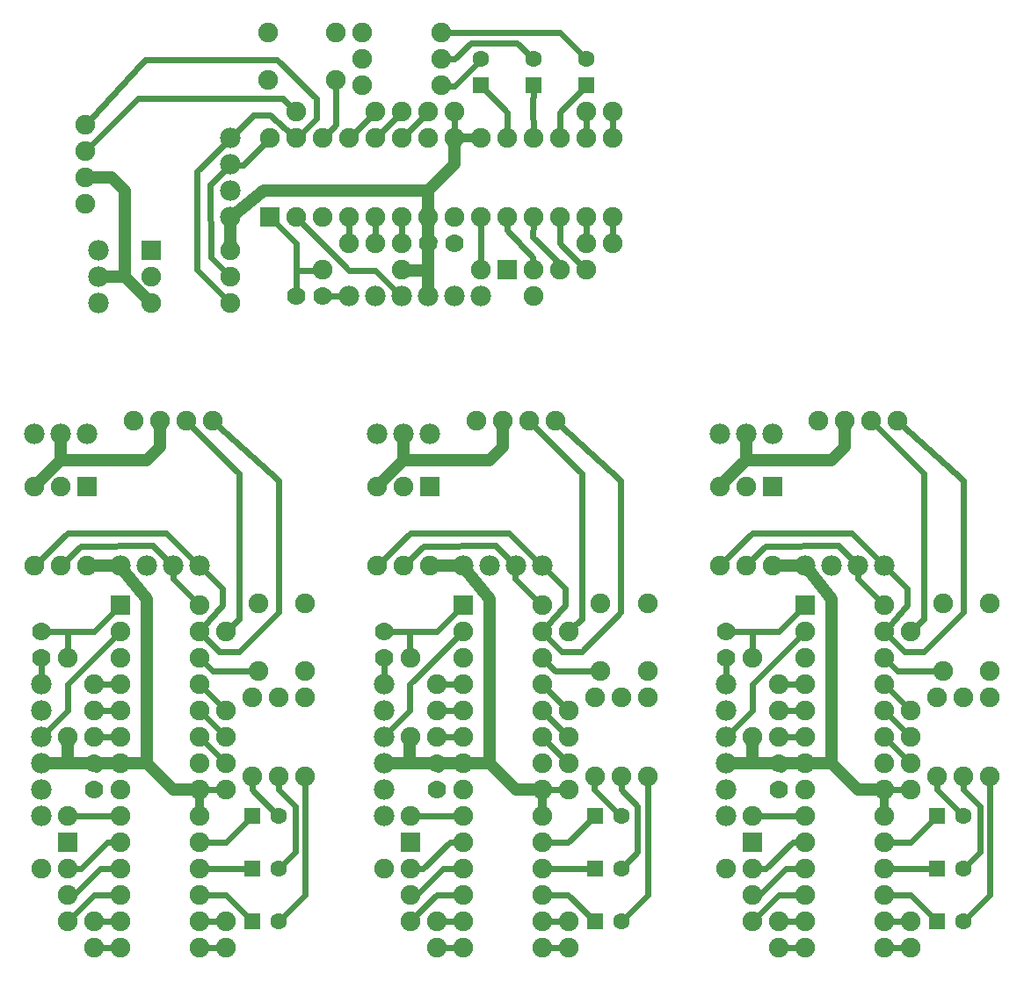
<source format=gtl>
From c3ca4f95bd59f69d45e582a4149327f57a360760 Mon Sep 17 00:00:00 2001
From: jaseg <git@jaseg.de>
Date: Sun, 30 Jan 2022 20:11:38 +0100
Subject: Rename gerbonara/gerber package to just gerbonara

---
 gerbonara/tests/resources/fritzing/combined.gtl | 1491 +++++++++++++++++++++++
 1 file changed, 1491 insertions(+)
 create mode 100644 gerbonara/tests/resources/fritzing/combined.gtl

(limited to 'gerbonara/tests/resources/fritzing/combined.gtl')

diff --git a/gerbonara/tests/resources/fritzing/combined.gtl b/gerbonara/tests/resources/fritzing/combined.gtl
new file mode 100644
index 0000000..ac17106
--- /dev/null
+++ b/gerbonara/tests/resources/fritzing/combined.gtl
@@ -0,0 +1,1491 @@
+G04 file manually fixed for GerberTools #86 / #143*
+%MOIN*%
+%OFA0B0*%
+%FSLAX23Y23*%
+%IPPOS*%
+%LPD*%
+%ADD10C,0.078*%
+%ADD11C,0.075*%
+%ADD12C,0.07*%
+%ADD13C,0.075433*%
+%ADD14C,0.062992*%
+%ADD15R,0.075X0.075*%
+%ADD16R,0.062992X0.062992*%
+%ADD17C,0.024000000000000004*%
+%ADD18C,0.048000000000000008*%
+%ADD19C,0.032*%
+%ADD30C,0.078*%
+%ADD31C,0.075*%
+%ADD32C,0.07*%
+%ADD33C,0.075433*%
+%ADD34C,0.062992*%
+%ADD35R,0.075X0.075*%
+%ADD36R,0.062992X0.062992*%
+%ADD37C,0.024000000000000004*%
+%ADD38C,0.048000000000000008*%
+%ADD39C,0.032*%
+%ADD40C,0.078*%
+%ADD41C,0.075*%
+%ADD42C,0.07*%
+%ADD43C,0.075433*%
+%ADD44C,0.062992*%
+%ADD45R,0.075X0.075*%
+%ADD46R,0.062992X0.062992*%
+%ADD47C,0.024000000000000004*%
+%ADD48C,0.048000000000000008*%
+%ADD49C,0.032*%
+%ADD50C,0.078*%
+%ADD51C,0.075*%
+%ADD52C,0.07*%
+%ADD53C,0.075433*%
+%ADD54C,0.062992*%
+%ADD55R,0.075X0.075*%
+%ADD56R,0.062992X0.062992*%
+%ADD57C,0.024000000000000004*%
+%ADD58C,0.048000000000000008*%
+%ADD59C,0.032*%
+G90*
+G54D10*
+X00039Y00039D02*
+X00452Y01768D03*
+X00552Y01768D03*
+X00652Y01768D03*
+X00752Y01768D03*
+G54D11*
+X00252Y01418D03*
+X00252Y01118D03*
+G54D12*
+X00352Y00918D03*
+X00352Y01018D03*
+X00152Y01518D03*
+X00152Y01418D03*
+G54D11*
+X00452Y01618D03*
+X00752Y01618D03*
+X00452Y01518D03*
+X00752Y01518D03*
+X00452Y01418D03*
+X00752Y01418D03*
+X00452Y01317D03*
+X00752Y01317D03*
+X00452Y01218D03*
+X00752Y01218D03*
+X00452Y01118D03*
+X00752Y01118D03*
+X00452Y01018D03*
+X00752Y01018D03*
+X00452Y00918D03*
+X00752Y00918D03*
+X00452Y00818D03*
+X00752Y00818D03*
+X00452Y00718D03*
+X00752Y00718D03*
+X00452Y00618D03*
+X00752Y00618D03*
+X00452Y00518D03*
+X00752Y00518D03*
+X00452Y00418D03*
+X00752Y00418D03*
+X00452Y00318D03*
+X00752Y00318D03*
+X00252Y00818D03*
+X00252Y00718D03*
+X00252Y00618D03*
+X00502Y02318D03*
+X00602Y02318D03*
+X00701Y02318D03*
+X00802Y02318D03*
+G54D10*
+X00327Y02268D03*
+X00227Y02268D03*
+X00127Y02268D03*
+G54D11*
+X01052Y01268D03*
+X01052Y00968D03*
+X01152Y01268D03*
+X01152Y00968D03*
+X00974Y01368D03*
+X00974Y01624D03*
+X01152Y01368D03*
+X01152Y01624D03*
+X00327Y02068D03*
+X00327Y01768D03*
+X00227Y02068D03*
+X00227Y01768D03*
+X00127Y02068D03*
+X00127Y01768D03*
+X00952Y01268D03*
+X00952Y00968D03*
+G54D10*
+X00152Y00818D03*
+X00152Y00918D03*
+X00152Y01018D03*
+X00152Y01118D03*
+X00152Y01218D03*
+X00152Y01317D03*
+G54D13*
+X00852Y01218D03*
+X00852Y00318D03*
+X00152Y00618D03*
+X00852Y01518D03*
+X00852Y00418D03*
+X00852Y01118D03*
+X00852Y01018D03*
+X00252Y00518D03*
+X00252Y00418D03*
+X00352Y01118D03*
+X00352Y01218D03*
+X00352Y00418D03*
+X00352Y01317D03*
+X00352Y00318D03*
+X00852Y00918D03*
+G54D14*
+X00953Y00818D03*
+X01052Y00818D03*
+X00953Y00618D03*
+X01052Y00618D03*
+X00953Y00418D03*
+X01052Y00418D03*
+G54D15*
+X00452Y01618D03*
+X00252Y00718D03*
+X00327Y02068D03*
+G54D16*
+X00953Y00818D03*
+X00953Y00618D03*
+X00953Y00418D03*
+G54D17*
+X00302Y01843D02*
+X00239Y01780D01*
+D02*
+X00577Y01844D02*
+X00302Y01843D01*
+D02*
+X00637Y01781D02*
+X00577Y01844D01*
+D02*
+X00139Y01780D02*
+X00252Y01893D01*
+D02*
+X00252Y01893D02*
+X00626Y01893D01*
+D02*
+X00626Y01893D02*
+X00737Y01781D01*
+D02*
+X00377Y00619D02*
+X00276Y00518D01*
+D02*
+X00276Y00518D02*
+X00269Y00518D01*
+D02*
+X00434Y00618D02*
+X00377Y00619D01*
+D02*
+X00434Y00518D02*
+X00352Y00517D01*
+D02*
+X00352Y00517D02*
+X00264Y00430D01*
+D02*
+X00434Y00418D02*
+X00368Y00418D01*
+D02*
+X00434Y00318D02*
+X00368Y00318D01*
+D02*
+X00834Y00318D02*
+X00769Y00318D01*
+D02*
+X00834Y00418D02*
+X00769Y00418D01*
+D02*
+X00942Y00429D02*
+X00851Y00518D01*
+D02*
+X00851Y00518D02*
+X00769Y00518D01*
+D02*
+X00876Y00619D02*
+X00937Y00618D01*
+D02*
+X00769Y00618D02*
+X00876Y00619D01*
+D02*
+X00851Y00718D02*
+X00942Y00807D01*
+D02*
+X00769Y00718D02*
+X00851Y00718D01*
+D02*
+X00839Y01230D02*
+X00764Y01305D01*
+D02*
+X00839Y01130D02*
+X00764Y01205D01*
+D02*
+X00839Y01030D02*
+X00764Y01105D01*
+D02*
+X00434Y01317D02*
+X00368Y01317D01*
+D02*
+X00434Y01218D02*
+X00368Y01218D01*
+D02*
+X00434Y01118D02*
+X00368Y01118D01*
+D02*
+X00166Y01518D02*
+X00352Y01518D01*
+D02*
+X00352Y01518D02*
+X00439Y01605D01*
+D02*
+X00251Y01435D02*
+X00251Y01518D01*
+D02*
+X00251Y01518D02*
+X00166Y01518D01*
+D02*
+X00839Y01681D02*
+X00765Y01754D01*
+D02*
+X00651Y01718D02*
+X00651Y01749D01*
+D02*
+X00403Y00718D02*
+X00301Y00619D01*
+D02*
+X00739Y01630D02*
+X00651Y01718D01*
+D02*
+X00763Y01530D02*
+X00839Y01617D01*
+D02*
+X00839Y01617D02*
+X00839Y01681D01*
+D02*
+X00434Y00718D02*
+X00403Y00718D01*
+D02*
+X00301Y00619D02*
+X00269Y00618D01*
+G54D18*
+D02*
+X00251Y01018D02*
+X00251Y01100D01*
+D02*
+X00336Y01018D02*
+X00251Y01018D01*
+D02*
+X00652Y00918D02*
+X00734Y00918D01*
+D02*
+X00552Y01018D02*
+X00652Y00918D01*
+D02*
+X00469Y01018D02*
+X00552Y01018D01*
+D02*
+X00552Y01642D02*
+X00463Y01753D01*
+D02*
+X00552Y01018D02*
+X00552Y01642D01*
+D02*
+X00552Y02168D02*
+X00602Y02217D01*
+D02*
+X00602Y02217D02*
+X00602Y02300D01*
+D02*
+X00227Y02168D02*
+X00552Y02168D01*
+D02*
+X00433Y01768D02*
+X00344Y01768D01*
+D02*
+X00227Y02168D02*
+X00139Y02080D01*
+D02*
+X00227Y02249D02*
+X00227Y02168D01*
+G54D17*
+D02*
+X00251Y01218D02*
+X00165Y01131D01*
+D02*
+X00251Y01317D02*
+X00251Y01218D01*
+D02*
+X00439Y01506D02*
+X00251Y01317D01*
+G54D18*
+D02*
+X00352Y01018D02*
+X00434Y01018D01*
+D02*
+X00361Y01006D02*
+X00352Y01018D01*
+D02*
+X00171Y01018D02*
+X00336Y01018D01*
+G54D19*
+D02*
+X00752Y00900D02*
+X00752Y00835D01*
+G54D17*
+D02*
+X00152Y01336D02*
+X00152Y01402D01*
+D02*
+X00269Y00818D02*
+X00434Y00818D01*
+D02*
+X00951Y00918D02*
+X00952Y00950D01*
+D02*
+X01040Y00829D02*
+X00951Y00918D01*
+D02*
+X01114Y00680D02*
+X01063Y00629D01*
+D02*
+X01114Y00856D02*
+X01114Y00680D01*
+D02*
+X01052Y00918D02*
+X01114Y00856D01*
+D02*
+X01052Y00950D02*
+X01052Y00918D01*
+D02*
+X01063Y00429D02*
+X01152Y00518D01*
+D02*
+X01152Y00518D02*
+X01152Y00950D01*
+D02*
+X00769Y00918D02*
+X00834Y00918D01*
+D02*
+X00764Y01406D02*
+X00802Y01369D01*
+D02*
+X00802Y01369D02*
+X00957Y01368D01*
+D02*
+X00902Y01566D02*
+X00864Y01530D01*
+D02*
+X00902Y02118D02*
+X00902Y01566D01*
+D02*
+X00713Y02306D02*
+X00902Y02118D01*
+D02*
+X01051Y01592D02*
+X00902Y01443D01*
+D02*
+X00826Y01443D02*
+X00764Y01505D01*
+D02*
+X00815Y02306D02*
+X01051Y02092D01*
+D02*
+X01051Y02092D02*
+X01051Y01592D01*
+D02*
+X00902Y01443D02*
+X00826Y01443D01*
+G04 next file*
+G04 MADE WITH FRITZING*
+G04 WWW.FRITZING.ORG*
+G04 DOUBLE SIDED*
+G04 HOLES PLATED*
+G04 CONTOUR ON CENTER OF CONTOUR VECTOR*
+G90*
+G04 skipping 70*
+D30*
+X01338Y00039D02*
+X01751Y01768D03*
+X01851Y01768D03*
+X01951Y01768D03*
+X02051Y01768D03*
+D31*
+X01551Y01418D03*
+X01551Y01118D03*
+D32*
+X01651Y00918D03*
+X01651Y01018D03*
+X01451Y01518D03*
+X01451Y01418D03*
+D31*
+X01751Y01618D03*
+X02051Y01618D03*
+X01751Y01518D03*
+X02051Y01518D03*
+X01751Y01418D03*
+X02051Y01418D03*
+X01751Y01317D03*
+X02051Y01317D03*
+X01751Y01218D03*
+X02051Y01218D03*
+X01751Y01118D03*
+X02051Y01118D03*
+X01751Y01018D03*
+X02051Y01018D03*
+X01751Y00918D03*
+X02051Y00918D03*
+X01751Y00818D03*
+X02051Y00818D03*
+X01751Y00718D03*
+X02051Y00718D03*
+X01751Y00618D03*
+X02051Y00618D03*
+X01751Y00518D03*
+X02051Y00518D03*
+X01751Y00418D03*
+X02051Y00418D03*
+X01751Y00318D03*
+X02051Y00318D03*
+X01551Y00818D03*
+X01551Y00718D03*
+X01551Y00618D03*
+X01801Y02318D03*
+X01901Y02318D03*
+X02001Y02318D03*
+X02101Y02318D03*
+D30*
+X01626Y02268D03*
+X01526Y02268D03*
+X01426Y02268D03*
+D31*
+X02351Y01268D03*
+X02351Y00968D03*
+X02451Y01268D03*
+X02451Y00968D03*
+X02273Y01368D03*
+X02273Y01624D03*
+X02451Y01368D03*
+X02451Y01624D03*
+X01626Y02068D03*
+X01626Y01768D03*
+X01526Y02068D03*
+X01526Y01768D03*
+X01426Y02068D03*
+X01426Y01768D03*
+X02251Y01268D03*
+X02251Y00968D03*
+D30*
+X01451Y00818D03*
+X01451Y00918D03*
+X01451Y01018D03*
+X01451Y01118D03*
+X01451Y01218D03*
+X01451Y01317D03*
+D33*
+X02151Y01218D03*
+X02151Y00318D03*
+X01451Y00618D03*
+X02151Y01518D03*
+X02151Y00418D03*
+X02151Y01118D03*
+X02151Y01018D03*
+X01551Y00518D03*
+X01551Y00418D03*
+X01651Y01118D03*
+X01651Y01218D03*
+X01651Y00418D03*
+X01651Y01317D03*
+X01651Y00318D03*
+X02151Y00918D03*
+D34*
+X02252Y00818D03*
+X02351Y00818D03*
+X02252Y00618D03*
+X02351Y00618D03*
+X02252Y00418D03*
+X02351Y00418D03*
+D35*
+X01751Y01618D03*
+X01551Y00718D03*
+X01626Y02068D03*
+D36*
+X02252Y00818D03*
+X02252Y00618D03*
+X02252Y00418D03*
+D37*
+X01601Y01843D02*
+X01538Y01780D01*
+D02*
+X01876Y01844D02*
+X01601Y01843D01*
+D02*
+X01937Y01781D02*
+X01876Y01844D01*
+D02*
+X01438Y01780D02*
+X01551Y01893D01*
+D02*
+X01551Y01893D02*
+X01925Y01893D01*
+D02*
+X01925Y01893D02*
+X02037Y01781D01*
+D02*
+X01676Y00619D02*
+X01575Y00518D01*
+D02*
+X01575Y00518D02*
+X01568Y00518D01*
+D02*
+X01733Y00618D02*
+X01676Y00619D01*
+D02*
+X01733Y00518D02*
+X01651Y00517D01*
+D02*
+X01651Y00517D02*
+X01563Y00430D01*
+D02*
+X01733Y00418D02*
+X01668Y00418D01*
+D02*
+X01733Y00318D02*
+X01668Y00318D01*
+D02*
+X02133Y00318D02*
+X02068Y00318D01*
+D02*
+X02133Y00418D02*
+X02068Y00418D01*
+D02*
+X02241Y00429D02*
+X02150Y00518D01*
+D02*
+X02150Y00518D02*
+X02068Y00518D01*
+D02*
+X02175Y00619D02*
+X02236Y00618D01*
+D02*
+X02068Y00618D02*
+X02175Y00619D01*
+D02*
+X02150Y00718D02*
+X02241Y00807D01*
+D02*
+X02068Y00718D02*
+X02150Y00718D01*
+D02*
+X02138Y01230D02*
+X02063Y01305D01*
+D02*
+X02138Y01130D02*
+X02063Y01205D01*
+D02*
+X02138Y01030D02*
+X02063Y01105D01*
+D02*
+X01733Y01317D02*
+X01668Y01317D01*
+D02*
+X01733Y01218D02*
+X01668Y01218D01*
+D02*
+X01733Y01118D02*
+X01668Y01118D01*
+D02*
+X01466Y01518D02*
+X01651Y01518D01*
+D02*
+X01651Y01518D02*
+X01738Y01605D01*
+D02*
+X01550Y01435D02*
+X01550Y01518D01*
+D02*
+X01550Y01518D02*
+X01466Y01518D01*
+D02*
+X02138Y01681D02*
+X02064Y01754D01*
+D02*
+X01950Y01718D02*
+X01950Y01749D01*
+D02*
+X01702Y00718D02*
+X01600Y00619D01*
+D02*
+X02037Y01630D02*
+X01950Y01718D01*
+D02*
+X02062Y01530D02*
+X02138Y01617D01*
+D02*
+X02138Y01617D02*
+X02138Y01681D01*
+D02*
+X01733Y00718D02*
+X01702Y00718D01*
+D02*
+X01600Y00619D02*
+X01568Y00618D01*
+D38*
+D02*
+X01550Y01018D02*
+X01550Y01100D01*
+D02*
+X01636Y01018D02*
+X01550Y01018D01*
+D02*
+X01951Y00918D02*
+X02033Y00918D01*
+D02*
+X01851Y01018D02*
+X01951Y00918D01*
+D02*
+X01768Y01018D02*
+X01851Y01018D01*
+D02*
+X01851Y01642D02*
+X01762Y01753D01*
+D02*
+X01851Y01018D02*
+X01851Y01642D01*
+D02*
+X01851Y02168D02*
+X01901Y02217D01*
+D02*
+X01901Y02217D02*
+X01901Y02300D01*
+D02*
+X01526Y02168D02*
+X01851Y02168D01*
+D02*
+X01732Y01768D02*
+X01643Y01768D01*
+D02*
+X01526Y02168D02*
+X01438Y02080D01*
+D02*
+X01526Y02249D02*
+X01526Y02168D01*
+D37*
+D02*
+X01550Y01218D02*
+X01463Y01131D01*
+D02*
+X01550Y01317D02*
+X01550Y01218D01*
+D02*
+X01738Y01506D02*
+X01550Y01317D01*
+D38*
+D02*
+X01651Y01018D02*
+X01733Y01018D01*
+D02*
+X01660Y01006D02*
+X01651Y01018D01*
+D02*
+X01469Y01018D02*
+X01636Y01018D01*
+D39*
+D02*
+X02051Y00900D02*
+X02051Y00835D01*
+D37*
+D02*
+X01451Y01336D02*
+X01451Y01402D01*
+D02*
+X01568Y00818D02*
+X01733Y00818D01*
+D02*
+X02250Y00918D02*
+X02251Y00950D01*
+D02*
+X02339Y00829D02*
+X02250Y00918D01*
+D02*
+X02413Y00680D02*
+X02362Y00629D01*
+D02*
+X02413Y00856D02*
+X02413Y00680D01*
+D02*
+X02351Y00918D02*
+X02413Y00856D01*
+D02*
+X02351Y00950D02*
+X02351Y00918D01*
+D02*
+X02362Y00429D02*
+X02451Y00518D01*
+D02*
+X02451Y00518D02*
+X02451Y00950D01*
+D02*
+X02068Y00918D02*
+X02133Y00918D01*
+D02*
+X02063Y01406D02*
+X02101Y01369D01*
+D02*
+X02101Y01369D02*
+X02256Y01368D01*
+D02*
+X02201Y01566D02*
+X02163Y01530D01*
+D02*
+X02201Y02118D02*
+X02201Y01566D01*
+D02*
+X02013Y02306D02*
+X02201Y02118D01*
+D02*
+X02350Y01592D02*
+X02201Y01443D01*
+D02*
+X02125Y01443D02*
+X02063Y01505D01*
+D02*
+X02114Y02306D02*
+X02350Y02092D01*
+D02*
+X02350Y02092D02*
+X02350Y01592D01*
+D02*
+X02201Y01443D02*
+X02125Y01443D01*
+G04 End of Copper1*
+G04 next file*
+G04 MADE WITH FRITZING*
+G04 WWW.FRITZING.ORG*
+G04 DOUBLE SIDED*
+G04 HOLES PLATED*
+G04 CONTOUR ON CENTER OF CONTOUR VECTOR*
+G90*
+G04 skipping 70*
+D40*
+X02637Y00039D02*
+X03049Y01768D03*
+X03150Y01768D03*
+X03250Y01768D03*
+X03350Y01768D03*
+D41*
+X02850Y01418D03*
+X02850Y01118D03*
+D42*
+X02950Y00918D03*
+X02950Y01018D03*
+X02750Y01518D03*
+X02750Y01418D03*
+D41*
+X03049Y01618D03*
+X03350Y01618D03*
+X03049Y01518D03*
+X03350Y01518D03*
+X03049Y01418D03*
+X03350Y01418D03*
+X03049Y01317D03*
+X03350Y01317D03*
+X03049Y01218D03*
+X03350Y01218D03*
+X03049Y01118D03*
+X03350Y01118D03*
+X03049Y01018D03*
+X03350Y01018D03*
+X03049Y00918D03*
+X03350Y00918D03*
+X03049Y00818D03*
+X03350Y00818D03*
+X03049Y00718D03*
+X03350Y00718D03*
+X03049Y00618D03*
+X03350Y00618D03*
+X03049Y00518D03*
+X03350Y00518D03*
+X03049Y00418D03*
+X03350Y00418D03*
+X03049Y00318D03*
+X03350Y00318D03*
+X02850Y00818D03*
+X02850Y00718D03*
+X02850Y00618D03*
+X03100Y02318D03*
+X03200Y02318D03*
+X03300Y02318D03*
+X03400Y02318D03*
+D40*
+X02925Y02268D03*
+X02825Y02268D03*
+X02725Y02268D03*
+D41*
+X03650Y01268D03*
+X03650Y00968D03*
+X03750Y01268D03*
+X03750Y00968D03*
+X03572Y01368D03*
+X03572Y01624D03*
+X03750Y01368D03*
+X03750Y01624D03*
+X02925Y02068D03*
+X02925Y01768D03*
+X02825Y02068D03*
+X02825Y01768D03*
+X02725Y02068D03*
+X02725Y01768D03*
+X03550Y01268D03*
+X03550Y00968D03*
+D40*
+X02750Y00818D03*
+X02750Y00918D03*
+X02750Y01018D03*
+X02750Y01118D03*
+X02750Y01218D03*
+X02750Y01317D03*
+D43*
+X03450Y01218D03*
+X03450Y00318D03*
+X02750Y00618D03*
+X03450Y01518D03*
+X03450Y00418D03*
+X03450Y01118D03*
+X03450Y01018D03*
+X02850Y00518D03*
+X02850Y00418D03*
+X02950Y01118D03*
+X02950Y01218D03*
+X02950Y00418D03*
+X02950Y01317D03*
+X02950Y00318D03*
+X03450Y00918D03*
+D44*
+X03550Y00818D03*
+X03650Y00818D03*
+X03550Y00618D03*
+X03650Y00618D03*
+X03550Y00418D03*
+X03650Y00418D03*
+D45*
+X03049Y01618D03*
+X02850Y00718D03*
+X02925Y02068D03*
+D46*
+X03550Y00818D03*
+X03550Y00618D03*
+X03550Y00418D03*
+D47*
+X02900Y01843D02*
+X02837Y01780D01*
+D02*
+X03175Y01844D02*
+X02900Y01843D01*
+D02*
+X03236Y01781D02*
+X03175Y01844D01*
+D02*
+X02737Y01780D02*
+X02850Y01893D01*
+D02*
+X02850Y01893D02*
+X03224Y01893D01*
+D02*
+X03224Y01893D02*
+X03336Y01781D01*
+D02*
+X02975Y00619D02*
+X02874Y00518D01*
+D02*
+X02874Y00518D02*
+X02867Y00518D01*
+D02*
+X03032Y00618D02*
+X02975Y00619D01*
+D02*
+X03032Y00518D02*
+X02950Y00517D01*
+D02*
+X02950Y00517D02*
+X02862Y00430D01*
+D02*
+X03032Y00418D02*
+X02967Y00418D01*
+D02*
+X03032Y00318D02*
+X02967Y00318D01*
+D02*
+X03432Y00318D02*
+X03367Y00318D01*
+D02*
+X03432Y00418D02*
+X03367Y00418D01*
+D02*
+X03540Y00429D02*
+X03449Y00518D01*
+D02*
+X03449Y00518D02*
+X03367Y00518D01*
+D02*
+X03474Y00619D02*
+X03535Y00618D01*
+D02*
+X03367Y00618D02*
+X03474Y00619D01*
+D02*
+X03449Y00718D02*
+X03540Y00807D01*
+D02*
+X03367Y00718D02*
+X03449Y00718D01*
+D02*
+X03437Y01230D02*
+X03362Y01305D01*
+D02*
+X03437Y01130D02*
+X03362Y01205D01*
+D02*
+X03437Y01030D02*
+X03362Y01105D01*
+D02*
+X03032Y01317D02*
+X02967Y01317D01*
+D02*
+X03032Y01218D02*
+X02967Y01218D01*
+D02*
+X03032Y01118D02*
+X02967Y01118D01*
+D02*
+X02765Y01518D02*
+X02950Y01518D01*
+D02*
+X02950Y01518D02*
+X03037Y01605D01*
+D02*
+X02849Y01435D02*
+X02849Y01518D01*
+D02*
+X02849Y01518D02*
+X02765Y01518D01*
+D02*
+X03437Y01681D02*
+X03363Y01754D01*
+D02*
+X03248Y01718D02*
+X03248Y01749D01*
+D02*
+X03001Y00718D02*
+X02899Y00619D01*
+D02*
+X03337Y01630D02*
+X03248Y01718D01*
+D02*
+X03361Y01530D02*
+X03437Y01617D01*
+D02*
+X03437Y01617D02*
+X03437Y01681D01*
+D02*
+X03032Y00718D02*
+X03001Y00718D01*
+D02*
+X02899Y00619D02*
+X02867Y00618D01*
+D48*
+D02*
+X02849Y01018D02*
+X02849Y01100D01*
+D02*
+X02935Y01018D02*
+X02849Y01018D01*
+D02*
+X03250Y00918D02*
+X03332Y00918D01*
+D02*
+X03150Y01018D02*
+X03250Y00918D01*
+D02*
+X03067Y01018D02*
+X03150Y01018D01*
+D02*
+X03150Y01642D02*
+X03061Y01753D01*
+D02*
+X03150Y01018D02*
+X03150Y01642D01*
+D02*
+X03150Y02168D02*
+X03200Y02217D01*
+D02*
+X03200Y02217D02*
+X03200Y02300D01*
+D02*
+X02825Y02168D02*
+X03150Y02168D01*
+D02*
+X03031Y01768D02*
+X02942Y01768D01*
+D02*
+X02825Y02168D02*
+X02737Y02080D01*
+D02*
+X02825Y02249D02*
+X02825Y02168D01*
+D47*
+D02*
+X02849Y01218D02*
+X02763Y01131D01*
+D02*
+X02849Y01317D02*
+X02849Y01218D01*
+D02*
+X03037Y01506D02*
+X02849Y01317D01*
+D48*
+D02*
+X02950Y01018D02*
+X03032Y01018D01*
+D02*
+X02959Y01006D02*
+X02950Y01018D01*
+D02*
+X02769Y01018D02*
+X02935Y01018D01*
+D49*
+D02*
+X03350Y00900D02*
+X03350Y00835D01*
+D47*
+D02*
+X02750Y01336D02*
+X02750Y01402D01*
+D02*
+X02867Y00818D02*
+X03032Y00818D01*
+D02*
+X03549Y00918D02*
+X03550Y00950D01*
+D02*
+X03638Y00829D02*
+X03549Y00918D01*
+D02*
+X03712Y00680D02*
+X03660Y00629D01*
+D02*
+X03712Y00856D02*
+X03712Y00680D01*
+D02*
+X03650Y00918D02*
+X03712Y00856D01*
+D02*
+X03650Y00950D02*
+X03650Y00918D01*
+D02*
+X03660Y00429D02*
+X03750Y00518D01*
+D02*
+X03750Y00518D02*
+X03750Y00950D01*
+D02*
+X03367Y00918D02*
+X03432Y00918D01*
+D02*
+X03362Y01406D02*
+X03400Y01369D01*
+D02*
+X03400Y01369D02*
+X03555Y01368D01*
+D02*
+X03500Y01566D02*
+X03462Y01530D01*
+D02*
+X03500Y02118D02*
+X03500Y01566D01*
+D02*
+X03312Y02306D02*
+X03500Y02118D01*
+D02*
+X03648Y01592D02*
+X03500Y01443D01*
+D02*
+X03424Y01443D02*
+X03362Y01505D01*
+D02*
+X03413Y02306D02*
+X03648Y02092D01*
+D02*
+X03648Y02092D02*
+X03648Y01592D01*
+D02*
+X03500Y01443D02*
+X03424Y01443D01*
+G04 End of Copper1*
+G04 next file*
+G04 MADE WITH FRITZING*
+G04 WWW.FRITZING.ORG*
+G04 DOUBLE SIDED*
+G04 HOLES PLATED*
+G04 CONTOUR ON CENTER OF CONTOUR VECTOR*
+G90*
+G04 skipping 70*
+D50*
+X02598Y02677D02*
+X00869Y03090D03*
+X00869Y03190D03*
+X00869Y03290D03*
+X00869Y03390D03*
+D51*
+X01219Y02890D03*
+X01518Y02890D03*
+D52*
+X01719Y02990D03*
+X01619Y02990D03*
+X01119Y02790D03*
+X01219Y02790D03*
+D51*
+X01018Y03090D03*
+X01018Y03390D03*
+X01119Y03090D03*
+X01119Y03390D03*
+X01219Y03090D03*
+X01219Y03390D03*
+X01318Y03090D03*
+X01318Y03390D03*
+X01419Y03090D03*
+X01419Y03390D03*
+X01518Y03090D03*
+X01518Y03390D03*
+X01619Y03090D03*
+X01619Y03390D03*
+X01719Y03090D03*
+X01719Y03390D03*
+X01819Y03090D03*
+X01819Y03390D03*
+X01919Y03090D03*
+X01919Y03390D03*
+X02019Y03090D03*
+X02019Y03390D03*
+X02119Y03090D03*
+X02119Y03390D03*
+X02219Y03090D03*
+X02219Y03390D03*
+X02319Y03090D03*
+X02319Y03390D03*
+X01819Y02890D03*
+X01919Y02890D03*
+X02019Y02890D03*
+X00318Y03140D03*
+X00318Y03240D03*
+X00318Y03340D03*
+X00318Y03440D03*
+D50*
+X00368Y02965D03*
+X00368Y02865D03*
+X00368Y02765D03*
+D51*
+X01369Y03690D03*
+X01669Y03690D03*
+X01369Y03790D03*
+X01669Y03790D03*
+X01269Y03612D03*
+X01012Y03612D03*
+X01269Y03790D03*
+X01012Y03790D03*
+X00569Y02965D03*
+X00869Y02965D03*
+X00569Y02865D03*
+X00869Y02865D03*
+X00569Y02765D03*
+X00869Y02765D03*
+X01369Y03590D03*
+X01669Y03590D03*
+D50*
+X01819Y02790D03*
+X01719Y02790D03*
+X01619Y02790D03*
+X01518Y02790D03*
+X01419Y02790D03*
+X01318Y02790D03*
+D53*
+X01419Y03490D03*
+X02319Y03490D03*
+X02019Y02790D03*
+X01119Y03490D03*
+X02219Y03490D03*
+X01518Y03490D03*
+X01619Y03490D03*
+X02119Y02890D03*
+X02219Y02890D03*
+X01518Y02990D03*
+X01419Y02990D03*
+X02219Y02990D03*
+X01318Y02990D03*
+X02319Y02990D03*
+X01719Y03490D03*
+D54*
+X01819Y03591D03*
+X01819Y03690D03*
+X02019Y03591D03*
+X02019Y03690D03*
+X02219Y03591D03*
+X02219Y03690D03*
+D55*
+X01018Y03090D03*
+X01919Y02890D03*
+X00569Y02965D03*
+D56*
+X01819Y03591D03*
+X02019Y03591D03*
+X02219Y03591D03*
+D57*
+X00794Y02939D02*
+X00857Y02877D01*
+D02*
+X00793Y03215D02*
+X00794Y02939D01*
+D02*
+X00856Y03276D02*
+X00793Y03215D01*
+D02*
+X00857Y02777D02*
+X00743Y02890D01*
+D02*
+X00743Y02890D02*
+X00743Y03264D01*
+D02*
+X00743Y03264D02*
+X00856Y03376D01*
+D02*
+X02017Y03015D02*
+X02119Y02914D01*
+D02*
+X02119Y02914D02*
+X02119Y02907D01*
+D02*
+X02019Y03072D02*
+X02017Y03015D01*
+D02*
+X02119Y03072D02*
+X02120Y02990D01*
+D02*
+X02120Y02990D02*
+X02207Y02902D01*
+D02*
+X02219Y03072D02*
+X02219Y03007D01*
+D02*
+X02319Y03072D02*
+X02319Y03007D01*
+D02*
+X02319Y03472D02*
+X02319Y03406D01*
+D02*
+X02219Y03472D02*
+X02219Y03406D01*
+D02*
+X02208Y03580D02*
+X02119Y03489D01*
+D02*
+X02119Y03489D02*
+X02119Y03406D01*
+D02*
+X02017Y03514D02*
+X02019Y03574D01*
+D02*
+X02019Y03406D02*
+X02017Y03514D01*
+D02*
+X01919Y03489D02*
+X01830Y03580D01*
+D02*
+X01919Y03406D02*
+X01919Y03489D01*
+D02*
+X01407Y03477D02*
+X01332Y03402D01*
+D02*
+X01506Y03477D02*
+X01432Y03402D01*
+D02*
+X01607Y03477D02*
+X01532Y03402D01*
+D02*
+X01318Y03072D02*
+X01318Y03007D01*
+D02*
+X01419Y03072D02*
+X01419Y03007D01*
+D02*
+X01518Y03072D02*
+X01518Y03007D01*
+D02*
+X01119Y02805D02*
+X01119Y02990D01*
+D02*
+X01119Y02990D02*
+X01032Y03077D01*
+D02*
+X01202Y02889D02*
+X01119Y02889D01*
+D02*
+X01119Y02889D02*
+X01119Y02805D01*
+D02*
+X00956Y03477D02*
+X00883Y03403D01*
+D02*
+X00919Y03289D02*
+X00888Y03289D01*
+D02*
+X01919Y03041D02*
+X02017Y02939D01*
+D02*
+X01006Y03377D02*
+X00919Y03289D01*
+D02*
+X01106Y03401D02*
+X01020Y03477D01*
+D02*
+X01020Y03477D02*
+X00956Y03477D01*
+D02*
+X01919Y03072D02*
+X01919Y03041D01*
+D02*
+X02017Y02939D02*
+X02019Y02907D01*
+D58*
+D02*
+X01619Y02889D02*
+X01536Y02889D01*
+D02*
+X01619Y02975D02*
+X01619Y02889D01*
+D02*
+X01719Y03290D02*
+X01719Y03372D01*
+D02*
+X01619Y03190D02*
+X01719Y03290D01*
+D02*
+X01619Y03107D02*
+X01619Y03190D01*
+D02*
+X00995Y03190D02*
+X00884Y03101D01*
+D02*
+X01619Y03190D02*
+X00995Y03190D01*
+D02*
+X00469Y03190D02*
+X00420Y03240D01*
+D02*
+X00420Y03240D02*
+X00336Y03240D01*
+D02*
+X00469Y02865D02*
+X00469Y03190D01*
+D02*
+X00869Y03071D02*
+X00869Y02982D01*
+D02*
+X00469Y02865D02*
+X00557Y02777D01*
+D02*
+X00388Y02865D02*
+X00469Y02865D01*
+D57*
+D02*
+X01419Y02889D02*
+X01506Y02803D01*
+D02*
+X01320Y02889D02*
+X01419Y02889D01*
+D02*
+X01131Y03077D02*
+X01320Y02889D01*
+D58*
+D02*
+X01619Y02990D02*
+X01619Y03072D01*
+D02*
+X01631Y02999D02*
+X01619Y02990D01*
+D02*
+X01619Y02809D02*
+X01619Y02975D01*
+D59*
+D02*
+X01737Y03390D02*
+X01802Y03390D01*
+D57*
+D02*
+X01299Y02790D02*
+X01234Y02790D01*
+D02*
+X01819Y02907D02*
+X01819Y03072D01*
+D02*
+X01719Y03588D02*
+X01687Y03590D01*
+D02*
+X01808Y03678D02*
+X01719Y03588D01*
+D02*
+X01957Y03752D02*
+X02008Y03701D01*
+D02*
+X01781Y03752D02*
+X01957Y03752D01*
+D02*
+X01719Y03690D02*
+X01781Y03752D01*
+D02*
+X01687Y03690D02*
+X01719Y03690D01*
+D02*
+X02208Y03701D02*
+X02119Y03790D01*
+D02*
+X02119Y03790D02*
+X01687Y03790D01*
+D02*
+X01719Y03406D02*
+X01719Y03472D01*
+D02*
+X01231Y03402D02*
+X01268Y03440D01*
+D02*
+X01268Y03440D02*
+X01269Y03595D01*
+D02*
+X01070Y03540D02*
+X01107Y03502D01*
+D02*
+X00519Y03540D02*
+X01070Y03540D01*
+D02*
+X00330Y03352D02*
+X00519Y03540D01*
+D02*
+X01045Y03689D02*
+X01194Y03540D01*
+D02*
+X01194Y03464D02*
+X01132Y03402D01*
+D02*
+X00330Y03453D02*
+X00545Y03689D01*
+D02*
+X00545Y03689D02*
+X01045Y03689D01*
+D02*
+X01194Y03540D02*
+X01194Y03464D01*
+G04 End of Copper1*
+M02*
-- 
cgit 


</source>
